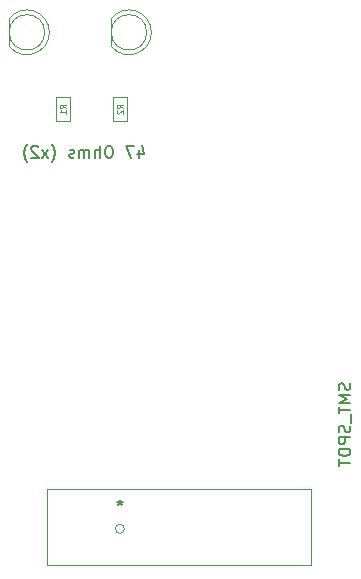
<source format=gbr>
%TF.GenerationSoftware,KiCad,Pcbnew,(5.1.9-0-10_14)*%
%TF.CreationDate,2021-10-18T10:10:58-07:00*%
%TF.ProjectId,cat_pcb_2,6361745f-7063-4625-9f32-2e6b69636164,rev?*%
%TF.SameCoordinates,Original*%
%TF.FileFunction,Other,Fab,Bot*%
%FSLAX46Y46*%
G04 Gerber Fmt 4.6, Leading zero omitted, Abs format (unit mm)*
G04 Created by KiCad (PCBNEW (5.1.9-0-10_14)) date 2021-10-18 10:10:58*
%MOMM*%
%LPD*%
G01*
G04 APERTURE LIST*
%ADD10C,0.100000*%
%ADD11C,0.150000*%
%ADD12C,0.080000*%
G04 APERTURE END LIST*
D10*
%TO.C,BAT1*%
X137816600Y-108262547D02*
X160219400Y-108262547D01*
X160219400Y-108262547D02*
X160219400Y-114663347D01*
X160219400Y-114663347D02*
X137816600Y-114663347D01*
X137816600Y-114663347D02*
X137816600Y-108262547D01*
X144399000Y-111633000D02*
G75*
G03*
X144399000Y-111633000I-381000J0D01*
G01*
%TO.C,R2*%
X143393000Y-75096500D02*
X143393000Y-77096500D01*
X144643000Y-75096500D02*
X143393000Y-75096500D01*
X144643000Y-77096500D02*
X144643000Y-75096500D01*
X143393000Y-77096500D02*
X144643000Y-77096500D01*
%TO.C,R1*%
X138567000Y-75096500D02*
X138567000Y-77096500D01*
X139817000Y-75096500D02*
X138567000Y-75096500D01*
X139817000Y-77096500D02*
X139817000Y-75096500D01*
X138567000Y-77096500D02*
X139817000Y-77096500D01*
%TO.C,D2*%
X143280000Y-70762190D02*
X143280000Y-68429810D01*
X146280000Y-69596000D02*
G75*
G03*
X146280000Y-69596000I-1500000J0D01*
G01*
X143279445Y-68430524D02*
G75*
G02*
X143280000Y-70762190I1500555J-1165476D01*
G01*
%TO.C,D1*%
X134644000Y-70762190D02*
X134644000Y-68429810D01*
X137644000Y-69596000D02*
G75*
G03*
X137644000Y-69596000I-1500000J0D01*
G01*
X134643445Y-68430524D02*
G75*
G02*
X134644000Y-70762190I1500555J-1165476D01*
G01*
%TD*%
%TO.C,BAT1*%
D11*
X144018000Y-109180380D02*
X144018000Y-109418476D01*
X144256095Y-109323238D02*
X144018000Y-109418476D01*
X143779904Y-109323238D01*
X144160857Y-109608952D02*
X144018000Y-109418476D01*
X143875142Y-109608952D01*
%TO.C,SW1*%
X163480761Y-99280809D02*
X163528380Y-99423666D01*
X163528380Y-99661761D01*
X163480761Y-99757000D01*
X163433142Y-99804619D01*
X163337904Y-99852238D01*
X163242666Y-99852238D01*
X163147428Y-99804619D01*
X163099809Y-99757000D01*
X163052190Y-99661761D01*
X163004571Y-99471285D01*
X162956952Y-99376047D01*
X162909333Y-99328428D01*
X162814095Y-99280809D01*
X162718857Y-99280809D01*
X162623619Y-99328428D01*
X162576000Y-99376047D01*
X162528380Y-99471285D01*
X162528380Y-99709380D01*
X162576000Y-99852238D01*
X163528380Y-100280809D02*
X162528380Y-100280809D01*
X163242666Y-100614142D01*
X162528380Y-100947476D01*
X163528380Y-100947476D01*
X162528380Y-101280809D02*
X162528380Y-101852238D01*
X163528380Y-101566523D02*
X162528380Y-101566523D01*
X163623619Y-101947476D02*
X163623619Y-102709380D01*
X163480761Y-102899857D02*
X163528380Y-103042714D01*
X163528380Y-103280809D01*
X163480761Y-103376047D01*
X163433142Y-103423666D01*
X163337904Y-103471285D01*
X163242666Y-103471285D01*
X163147428Y-103423666D01*
X163099809Y-103376047D01*
X163052190Y-103280809D01*
X163004571Y-103090333D01*
X162956952Y-102995095D01*
X162909333Y-102947476D01*
X162814095Y-102899857D01*
X162718857Y-102899857D01*
X162623619Y-102947476D01*
X162576000Y-102995095D01*
X162528380Y-103090333D01*
X162528380Y-103328428D01*
X162576000Y-103471285D01*
X163528380Y-103899857D02*
X162528380Y-103899857D01*
X162528380Y-104280809D01*
X162576000Y-104376047D01*
X162623619Y-104423666D01*
X162718857Y-104471285D01*
X162861714Y-104471285D01*
X162956952Y-104423666D01*
X163004571Y-104376047D01*
X163052190Y-104280809D01*
X163052190Y-103899857D01*
X163528380Y-104899857D02*
X162528380Y-104899857D01*
X162528380Y-105137952D01*
X162576000Y-105280809D01*
X162671238Y-105376047D01*
X162766476Y-105423666D01*
X162956952Y-105471285D01*
X163099809Y-105471285D01*
X163290285Y-105423666D01*
X163385523Y-105376047D01*
X163480761Y-105280809D01*
X163528380Y-105137952D01*
X163528380Y-104899857D01*
X162528380Y-105757000D02*
X162528380Y-106328428D01*
X163528380Y-106042714D02*
X162528380Y-106042714D01*
%TO.C,R2*%
D12*
X144244190Y-76013166D02*
X144006095Y-75846500D01*
X144244190Y-75727452D02*
X143744190Y-75727452D01*
X143744190Y-75917928D01*
X143768000Y-75965547D01*
X143791809Y-75989357D01*
X143839428Y-76013166D01*
X143910857Y-76013166D01*
X143958476Y-75989357D01*
X143982285Y-75965547D01*
X144006095Y-75917928D01*
X144006095Y-75727452D01*
X143791809Y-76203642D02*
X143768000Y-76227452D01*
X143744190Y-76275071D01*
X143744190Y-76394119D01*
X143768000Y-76441738D01*
X143791809Y-76465547D01*
X143839428Y-76489357D01*
X143887047Y-76489357D01*
X143958476Y-76465547D01*
X144244190Y-76179833D01*
X144244190Y-76489357D01*
%TO.C,R1*%
D11*
X145612857Y-79541714D02*
X145612857Y-80208380D01*
X145850952Y-79160761D02*
X146089047Y-79875047D01*
X145470000Y-79875047D01*
X145184285Y-79208380D02*
X144517619Y-79208380D01*
X144946190Y-80208380D01*
X143184285Y-79208380D02*
X142993809Y-79208380D01*
X142898571Y-79256000D01*
X142803333Y-79351238D01*
X142755714Y-79541714D01*
X142755714Y-79875047D01*
X142803333Y-80065523D01*
X142898571Y-80160761D01*
X142993809Y-80208380D01*
X143184285Y-80208380D01*
X143279523Y-80160761D01*
X143374761Y-80065523D01*
X143422380Y-79875047D01*
X143422380Y-79541714D01*
X143374761Y-79351238D01*
X143279523Y-79256000D01*
X143184285Y-79208380D01*
X142327142Y-80208380D02*
X142327142Y-79208380D01*
X141898571Y-80208380D02*
X141898571Y-79684571D01*
X141946190Y-79589333D01*
X142041428Y-79541714D01*
X142184285Y-79541714D01*
X142279523Y-79589333D01*
X142327142Y-79636952D01*
X141422380Y-80208380D02*
X141422380Y-79541714D01*
X141422380Y-79636952D02*
X141374761Y-79589333D01*
X141279523Y-79541714D01*
X141136666Y-79541714D01*
X141041428Y-79589333D01*
X140993809Y-79684571D01*
X140993809Y-80208380D01*
X140993809Y-79684571D02*
X140946190Y-79589333D01*
X140850952Y-79541714D01*
X140708095Y-79541714D01*
X140612857Y-79589333D01*
X140565238Y-79684571D01*
X140565238Y-80208380D01*
X140136666Y-80160761D02*
X140041428Y-80208380D01*
X139850952Y-80208380D01*
X139755714Y-80160761D01*
X139708095Y-80065523D01*
X139708095Y-80017904D01*
X139755714Y-79922666D01*
X139850952Y-79875047D01*
X139993809Y-79875047D01*
X140089047Y-79827428D01*
X140136666Y-79732190D01*
X140136666Y-79684571D01*
X140089047Y-79589333D01*
X139993809Y-79541714D01*
X139850952Y-79541714D01*
X139755714Y-79589333D01*
X138231904Y-80589333D02*
X138279523Y-80541714D01*
X138374761Y-80398857D01*
X138422380Y-80303619D01*
X138470000Y-80160761D01*
X138517619Y-79922666D01*
X138517619Y-79732190D01*
X138470000Y-79494095D01*
X138422380Y-79351238D01*
X138374761Y-79256000D01*
X138279523Y-79113142D01*
X138231904Y-79065523D01*
X137946190Y-80208380D02*
X137422380Y-79541714D01*
X137946190Y-79541714D02*
X137422380Y-80208380D01*
X137089047Y-79303619D02*
X137041428Y-79256000D01*
X136946190Y-79208380D01*
X136708095Y-79208380D01*
X136612857Y-79256000D01*
X136565238Y-79303619D01*
X136517619Y-79398857D01*
X136517619Y-79494095D01*
X136565238Y-79636952D01*
X137136666Y-80208380D01*
X136517619Y-80208380D01*
X136184285Y-80589333D02*
X136136666Y-80541714D01*
X136041428Y-80398857D01*
X135993809Y-80303619D01*
X135946190Y-80160761D01*
X135898571Y-79922666D01*
X135898571Y-79732190D01*
X135946190Y-79494095D01*
X135993809Y-79351238D01*
X136041428Y-79256000D01*
X136136666Y-79113142D01*
X136184285Y-79065523D01*
D12*
X139418190Y-76013166D02*
X139180095Y-75846500D01*
X139418190Y-75727452D02*
X138918190Y-75727452D01*
X138918190Y-75917928D01*
X138942000Y-75965547D01*
X138965809Y-75989357D01*
X139013428Y-76013166D01*
X139084857Y-76013166D01*
X139132476Y-75989357D01*
X139156285Y-75965547D01*
X139180095Y-75917928D01*
X139180095Y-75727452D01*
X139418190Y-76489357D02*
X139418190Y-76203642D01*
X139418190Y-76346500D02*
X138918190Y-76346500D01*
X138989619Y-76298880D01*
X139037238Y-76251261D01*
X139061047Y-76203642D01*
%TD*%
M02*

</source>
